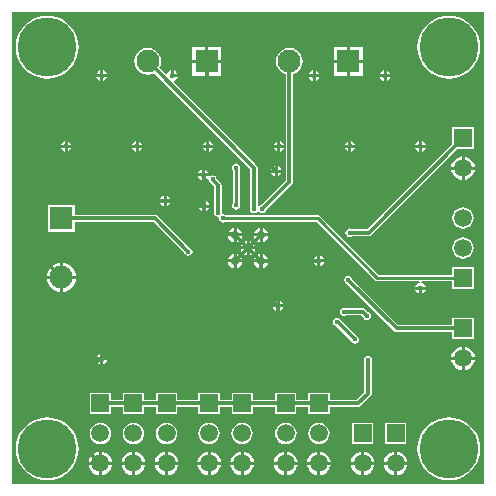
<source format=gbl>
G04*
G04 #@! TF.GenerationSoftware,Altium Limited,Altium Designer,21.7.2 (23)*
G04*
G04 Layer_Physical_Order=2*
G04 Layer_Color=16711680*
%FSLAX25Y25*%
%MOIN*%
G70*
G04*
G04 #@! TF.SameCoordinates,4C6A6D40-5D94-4475-8A21-F7F3A9D7BEC8*
G04*
G04*
G04 #@! TF.FilePolarity,Positive*
G04*
G01*
G75*
%ADD11C,0.01000*%
%ADD37C,0.01181*%
%ADD38C,0.05906*%
%ADD39R,0.05906X0.05906*%
%ADD40C,0.07677*%
%ADD41R,0.07677X0.07677*%
%ADD42R,0.07677X0.07677*%
%ADD43C,0.19685*%
%ADD44C,0.01575*%
%ADD45C,0.02756*%
G36*
X157480Y0D02*
X0D01*
Y157480D01*
X157480D01*
Y0D01*
D02*
G37*
%LPC*%
G36*
X117044Y145783D02*
X112706D01*
Y141445D01*
X117044D01*
Y145783D01*
D02*
G37*
G36*
X111706D02*
X107367D01*
Y141445D01*
X111706D01*
Y145783D01*
D02*
G37*
G36*
X69799Y145783D02*
X65461D01*
Y141445D01*
X69799D01*
Y145783D01*
D02*
G37*
G36*
X64461D02*
X60122D01*
Y141445D01*
X64461D01*
Y145783D01*
D02*
G37*
G36*
X124909Y137943D02*
Y136721D01*
X126132D01*
X126093Y136918D01*
X125698Y137509D01*
X125107Y137904D01*
X124909Y137943D01*
D02*
G37*
G36*
X123909D02*
X123712Y137904D01*
X123121Y137509D01*
X122726Y136918D01*
X122687Y136721D01*
X123909D01*
Y137943D01*
D02*
G37*
G36*
X101287D02*
Y136721D01*
X102510D01*
X102471Y136918D01*
X102076Y137509D01*
X101485Y137904D01*
X101287Y137943D01*
D02*
G37*
G36*
X100287D02*
X100090Y137904D01*
X99499Y137509D01*
X99104Y136918D01*
X99064Y136721D01*
X100287D01*
Y137943D01*
D02*
G37*
G36*
X54043D02*
Y136721D01*
X55266D01*
X55227Y136918D01*
X54832Y137509D01*
X54241Y137904D01*
X54043Y137943D01*
D02*
G37*
G36*
X30421D02*
Y136721D01*
X31644D01*
X31605Y136918D01*
X31210Y137509D01*
X30619Y137904D01*
X30421Y137943D01*
D02*
G37*
G36*
X29421D02*
X29224Y137904D01*
X28633Y137509D01*
X28238Y136918D01*
X28198Y136721D01*
X29421D01*
Y137943D01*
D02*
G37*
G36*
X117044Y140445D02*
X112706D01*
Y136106D01*
X117044D01*
Y140445D01*
D02*
G37*
G36*
X111706D02*
X107367D01*
Y136106D01*
X111706D01*
Y140445D01*
D02*
G37*
G36*
X69799Y140445D02*
X65461D01*
Y136106D01*
X69799D01*
Y140445D01*
D02*
G37*
G36*
X64461D02*
X60122D01*
Y136106D01*
X64461D01*
Y140445D01*
D02*
G37*
G36*
X145669Y156135D02*
X144032Y156006D01*
X142435Y155622D01*
X140918Y154994D01*
X139518Y154136D01*
X138269Y153069D01*
X137203Y151821D01*
X136345Y150420D01*
X135716Y148903D01*
X135333Y147306D01*
X135204Y145669D01*
X135333Y144032D01*
X135716Y142435D01*
X136345Y140918D01*
X137203Y139518D01*
X138269Y138269D01*
X139518Y137203D01*
X140918Y136345D01*
X142435Y135716D01*
X144032Y135333D01*
X145669Y135204D01*
X147306Y135333D01*
X148903Y135716D01*
X150420Y136345D01*
X151821Y137203D01*
X153069Y138269D01*
X154136Y139518D01*
X154994Y140918D01*
X155622Y142435D01*
X156006Y144032D01*
X156135Y145669D01*
X156006Y147306D01*
X155622Y148903D01*
X154994Y150420D01*
X154136Y151821D01*
X153069Y153069D01*
X151821Y154136D01*
X150420Y154994D01*
X148903Y155622D01*
X147306Y156006D01*
X145669Y156135D01*
D02*
G37*
G36*
X11811D02*
X10174Y156006D01*
X8577Y155622D01*
X7060Y154994D01*
X5660Y154136D01*
X4411Y153069D01*
X3344Y151821D01*
X2486Y150420D01*
X1858Y148903D01*
X1474Y147306D01*
X1346Y145669D01*
X1474Y144032D01*
X1858Y142435D01*
X2486Y140918D01*
X3344Y139518D01*
X4411Y138269D01*
X5660Y137203D01*
X7060Y136345D01*
X8577Y135716D01*
X10174Y135333D01*
X11811Y135204D01*
X13448Y135333D01*
X15045Y135716D01*
X16562Y136345D01*
X17962Y137203D01*
X19211Y138269D01*
X20278Y139518D01*
X21136Y140918D01*
X21764Y142435D01*
X22148Y144032D01*
X22276Y145669D01*
X22148Y147306D01*
X21764Y148903D01*
X21136Y150420D01*
X20278Y151821D01*
X19211Y153069D01*
X17962Y154136D01*
X16562Y154994D01*
X15045Y155622D01*
X13448Y156006D01*
X11811Y156135D01*
D02*
G37*
G36*
X126132Y135721D02*
X124909D01*
Y134497D01*
X125107Y134537D01*
X125698Y134932D01*
X126093Y135523D01*
X126132Y135721D01*
D02*
G37*
G36*
X123909D02*
X122687D01*
X122726Y135523D01*
X123121Y134932D01*
X123712Y134537D01*
X123909Y134497D01*
Y135721D01*
D02*
G37*
G36*
X102510D02*
X101287D01*
Y134497D01*
X101485Y134537D01*
X102076Y134932D01*
X102471Y135523D01*
X102510Y135721D01*
D02*
G37*
G36*
X100287D02*
X99064D01*
X99104Y135523D01*
X99499Y134932D01*
X100090Y134537D01*
X100287Y134497D01*
Y135721D01*
D02*
G37*
G36*
X31644D02*
X30421D01*
Y134497D01*
X30619Y134537D01*
X31210Y134932D01*
X31605Y135523D01*
X31644Y135721D01*
D02*
G37*
G36*
X29421D02*
X28198D01*
X28238Y135523D01*
X28633Y134932D01*
X29224Y134537D01*
X29421Y134497D01*
Y135721D01*
D02*
G37*
G36*
X136721Y114321D02*
Y113099D01*
X137943D01*
X137904Y113296D01*
X137509Y113887D01*
X136918Y114282D01*
X136721Y114321D01*
D02*
G37*
G36*
X135721D02*
X135523Y114282D01*
X134932Y113887D01*
X134537Y113296D01*
X134497Y113099D01*
X135721D01*
Y114321D01*
D02*
G37*
G36*
X113099D02*
Y113099D01*
X114321D01*
X114282Y113296D01*
X113887Y113887D01*
X113296Y114282D01*
X113099Y114321D01*
D02*
G37*
G36*
X112099D02*
X111901Y114282D01*
X111310Y113887D01*
X110915Y113296D01*
X110875Y113099D01*
X112099D01*
Y114321D01*
D02*
G37*
G36*
X89476D02*
Y113099D01*
X90699D01*
X90660Y113296D01*
X90265Y113887D01*
X89674Y114282D01*
X89476Y114321D01*
D02*
G37*
G36*
X88476D02*
X88279Y114282D01*
X87688Y113887D01*
X87293Y113296D01*
X87253Y113099D01*
X88476D01*
Y114321D01*
D02*
G37*
G36*
X65854D02*
Y113099D01*
X67077D01*
X67038Y113296D01*
X66643Y113887D01*
X66052Y114282D01*
X65854Y114321D01*
D02*
G37*
G36*
X64854D02*
X64657Y114282D01*
X64066Y113887D01*
X63671Y113296D01*
X63631Y113099D01*
X64854D01*
Y114321D01*
D02*
G37*
G36*
X42232D02*
Y113099D01*
X43455D01*
X43416Y113296D01*
X43021Y113887D01*
X42430Y114282D01*
X42232Y114321D01*
D02*
G37*
G36*
X41232D02*
X41035Y114282D01*
X40444Y113887D01*
X40049Y113296D01*
X40009Y113099D01*
X41232D01*
Y114321D01*
D02*
G37*
G36*
X18610D02*
Y113099D01*
X19833D01*
X19794Y113296D01*
X19399Y113887D01*
X18808Y114282D01*
X18610Y114321D01*
D02*
G37*
G36*
X17610D02*
X17413Y114282D01*
X16822Y113887D01*
X16427Y113296D01*
X16387Y113099D01*
X17610D01*
Y114321D01*
D02*
G37*
G36*
X137943Y112099D02*
X136721D01*
Y110875D01*
X136918Y110915D01*
X137509Y111310D01*
X137904Y111901D01*
X137943Y112099D01*
D02*
G37*
G36*
X135721D02*
X134497D01*
X134537Y111901D01*
X134932Y111310D01*
X135523Y110915D01*
X135721Y110875D01*
Y112099D01*
D02*
G37*
G36*
X114321D02*
X113099D01*
Y110875D01*
X113296Y110915D01*
X113887Y111310D01*
X114282Y111901D01*
X114321Y112099D01*
D02*
G37*
G36*
X112099D02*
X110875D01*
X110915Y111901D01*
X111310Y111310D01*
X111901Y110915D01*
X112099Y110875D01*
Y112099D01*
D02*
G37*
G36*
X90699D02*
X89476D01*
Y110875D01*
X89674Y110915D01*
X90265Y111310D01*
X90660Y111901D01*
X90699Y112099D01*
D02*
G37*
G36*
X88476D02*
X87253D01*
X87293Y111901D01*
X87688Y111310D01*
X88279Y110915D01*
X88476Y110875D01*
Y112099D01*
D02*
G37*
G36*
X67077D02*
X65854D01*
Y110875D01*
X66052Y110915D01*
X66643Y111310D01*
X67038Y111901D01*
X67077Y112099D01*
D02*
G37*
G36*
X64854D02*
X63631D01*
X63671Y111901D01*
X64066Y111310D01*
X64657Y110915D01*
X64854Y110875D01*
Y112099D01*
D02*
G37*
G36*
X43455D02*
X42232D01*
Y110875D01*
X42430Y110915D01*
X43021Y111310D01*
X43416Y111901D01*
X43455Y112099D01*
D02*
G37*
G36*
X41232D02*
X40009D01*
X40049Y111901D01*
X40444Y111310D01*
X41035Y110915D01*
X41232Y110875D01*
Y112099D01*
D02*
G37*
G36*
X19833D02*
X18610D01*
Y110875D01*
X18808Y110915D01*
X19399Y111310D01*
X19794Y111901D01*
X19833Y112099D01*
D02*
G37*
G36*
X17610D02*
X16387D01*
X16427Y111901D01*
X16822Y111310D01*
X17413Y110915D01*
X17610Y110875D01*
Y112099D01*
D02*
G37*
G36*
X150894Y109275D02*
Y105854D01*
X154315D01*
X154245Y106386D01*
X153846Y107348D01*
X153213Y108174D01*
X152387Y108807D01*
X151426Y109205D01*
X150894Y109275D01*
D02*
G37*
G36*
X149894D02*
X149362Y109205D01*
X148400Y108807D01*
X147575Y108174D01*
X146941Y107348D01*
X146543Y106386D01*
X146473Y105854D01*
X149894D01*
Y109275D01*
D02*
G37*
G36*
X88689Y106054D02*
Y104831D01*
X89912D01*
X89873Y105028D01*
X89478Y105619D01*
X88886Y106014D01*
X88689Y106054D01*
D02*
G37*
G36*
X87689D02*
X87492Y106014D01*
X86900Y105619D01*
X86505Y105028D01*
X86466Y104831D01*
X87689D01*
Y106054D01*
D02*
G37*
G36*
X64280Y104873D02*
Y103650D01*
X65503D01*
X65463Y103847D01*
X65068Y104438D01*
X64477Y104833D01*
X64280Y104873D01*
D02*
G37*
G36*
X63279D02*
X63082Y104833D01*
X62491Y104438D01*
X62096Y103847D01*
X62057Y103650D01*
X63279D01*
Y104873D01*
D02*
G37*
G36*
X66929Y102980D02*
X66391Y102873D01*
X66005Y102615D01*
X65914Y102650D01*
X64280D01*
Y101427D01*
X64477Y101466D01*
X65068Y101861D01*
X65073Y101868D01*
X65544Y101672D01*
X65524Y101575D01*
X65631Y101037D01*
X65936Y100581D01*
X66391Y100277D01*
X66462Y100263D01*
X67497Y99229D01*
Y91213D01*
X67403Y91073D01*
X67296Y90535D01*
X67403Y89997D01*
X67707Y89542D01*
X68163Y89237D01*
X68701Y89130D01*
X69090Y88698D01*
X69068Y88583D01*
X69174Y88045D01*
X69479Y87589D01*
X69935Y87285D01*
X70472Y87178D01*
X71010Y87285D01*
X71289Y87471D01*
X101508D01*
X121025Y67954D01*
X121386Y67713D01*
X121811Y67628D01*
X135792D01*
X135969Y67202D01*
X135974Y67154D01*
X135523Y67038D01*
X134932Y66643D01*
X134537Y66052D01*
X134497Y65854D01*
X137943D01*
X137904Y66052D01*
X137509Y66643D01*
X136918Y67038D01*
X136467Y67154D01*
X136472Y67202D01*
X136649Y67628D01*
X146850D01*
Y65197D01*
X153937D01*
Y72284D01*
X146850D01*
Y69852D01*
X122272D01*
X102755Y89369D01*
X102394Y89610D01*
X101969Y89695D01*
X101969Y89695D01*
X71289D01*
X71010Y89881D01*
X70473Y89988D01*
X70083Y90420D01*
X70106Y90535D01*
X69999Y91073D01*
X69905Y91213D01*
Y99727D01*
X69905Y99727D01*
X69813Y100188D01*
X69552Y100579D01*
X69552Y100579D01*
X68279Y101852D01*
X68227Y102112D01*
X67923Y102568D01*
X67467Y102873D01*
X66929Y102980D01*
D02*
G37*
G36*
X89912Y103831D02*
X88689D01*
Y102608D01*
X88886Y102647D01*
X89478Y103042D01*
X89873Y103633D01*
X89912Y103831D01*
D02*
G37*
G36*
X87689D02*
X86466D01*
X86505Y103633D01*
X86900Y103042D01*
X87492Y102647D01*
X87689Y102608D01*
Y103831D01*
D02*
G37*
G36*
X154315Y104854D02*
X150894D01*
Y101433D01*
X151426Y101503D01*
X152387Y101902D01*
X153213Y102535D01*
X153846Y103361D01*
X154245Y104323D01*
X154315Y104854D01*
D02*
G37*
G36*
X149894D02*
X146473D01*
X146543Y104323D01*
X146941Y103361D01*
X147575Y102535D01*
X148400Y101902D01*
X149362Y101503D01*
X149894Y101433D01*
Y104854D01*
D02*
G37*
G36*
X63279Y102650D02*
X62057D01*
X62096Y102452D01*
X62491Y101861D01*
X63082Y101466D01*
X63279Y101427D01*
Y102650D01*
D02*
G37*
G36*
X51681Y96211D02*
Y94988D01*
X52904D01*
X52865Y95186D01*
X52470Y95777D01*
X51878Y96172D01*
X51681Y96211D01*
D02*
G37*
G36*
X50681D02*
X50484Y96172D01*
X49893Y95777D01*
X49497Y95186D01*
X49458Y94988D01*
X50681D01*
Y96211D01*
D02*
G37*
G36*
X64476Y94440D02*
Y93217D01*
X65699D01*
X65660Y93414D01*
X65265Y94005D01*
X64674Y94400D01*
X64476Y94440D01*
D02*
G37*
G36*
X63476D02*
X63279Y94400D01*
X62688Y94005D01*
X62293Y93414D01*
X62253Y93217D01*
X63476D01*
Y94440D01*
D02*
G37*
G36*
X52904Y93988D02*
X51681D01*
Y92765D01*
X51878Y92804D01*
X52470Y93199D01*
X52865Y93791D01*
X52904Y93988D01*
D02*
G37*
G36*
X50681D02*
X49458D01*
X49497Y93791D01*
X49893Y93199D01*
X50484Y92804D01*
X50681Y92765D01*
Y93988D01*
D02*
G37*
G36*
X92521Y145412D02*
X91364Y145260D01*
X90287Y144814D01*
X89362Y144104D01*
X88652Y143179D01*
X88205Y142101D01*
X88053Y140945D01*
X88205Y139789D01*
X88652Y138711D01*
X89362Y137786D01*
X90287Y137076D01*
X91316Y136650D01*
Y101287D01*
X83092Y93063D01*
X82927Y93030D01*
X82471Y92726D01*
X82413Y92639D01*
X81913Y92790D01*
Y105512D01*
X81821Y105973D01*
X81560Y106363D01*
X53954Y133970D01*
X54118Y134512D01*
X54241Y134537D01*
X54832Y134932D01*
X55227Y135523D01*
X55266Y135721D01*
X53543D01*
Y136221D01*
X53043D01*
Y137943D01*
X52846Y137904D01*
X52255Y137509D01*
X51860Y136918D01*
X51835Y136795D01*
X51293Y136631D01*
X49164Y138759D01*
X49591Y139789D01*
X49743Y140945D01*
X49591Y142101D01*
X49145Y143179D01*
X48434Y144104D01*
X47509Y144814D01*
X46432Y145260D01*
X45276Y145412D01*
X44119Y145260D01*
X43042Y144814D01*
X42117Y144104D01*
X41407Y143179D01*
X40960Y142101D01*
X40808Y140945D01*
X40960Y139789D01*
X41407Y138711D01*
X42117Y137786D01*
X43042Y137076D01*
X44119Y136630D01*
X45276Y136477D01*
X46432Y136630D01*
X47461Y137056D01*
X79504Y105013D01*
Y92410D01*
X79411Y92270D01*
X79304Y91732D01*
X79411Y91195D01*
X79715Y90739D01*
X80171Y90434D01*
X80709Y90327D01*
X81246Y90434D01*
X81702Y90739D01*
X81786Y90864D01*
X82387D01*
X82471Y90739D01*
X82927Y90434D01*
X83465Y90327D01*
X84002Y90434D01*
X84458Y90739D01*
X84763Y91195D01*
X84795Y91360D01*
X93372Y99937D01*
X93372Y99937D01*
X93633Y100328D01*
X93725Y100788D01*
X93725Y100788D01*
Y136650D01*
X94754Y137076D01*
X95679Y137786D01*
X96390Y138711D01*
X96836Y139789D01*
X96988Y140945D01*
X96836Y142101D01*
X96390Y143179D01*
X95679Y144104D01*
X94754Y144814D01*
X93677Y145260D01*
X92521Y145412D01*
D02*
G37*
G36*
X74803Y106917D02*
X74265Y106810D01*
X73810Y106505D01*
X73505Y106050D01*
X73398Y105512D01*
X73505Y104974D01*
X73691Y104696D01*
Y93730D01*
X73505Y93451D01*
X73398Y92913D01*
X73505Y92376D01*
X73810Y91920D01*
X74265Y91615D01*
X74803Y91508D01*
X75341Y91615D01*
X75797Y91920D01*
X76101Y92376D01*
X76208Y92913D01*
X76101Y93451D01*
X75915Y93730D01*
Y104696D01*
X76101Y104974D01*
X76208Y105512D01*
X76101Y106050D01*
X75797Y106505D01*
X75341Y106810D01*
X74803Y106917D01*
D02*
G37*
G36*
X65699Y92216D02*
X64476D01*
Y90994D01*
X64674Y91033D01*
X65265Y91428D01*
X65660Y92019D01*
X65699Y92216D01*
D02*
G37*
G36*
X63476D02*
X62253D01*
X62293Y92019D01*
X62688Y91428D01*
X63279Y91033D01*
X63476Y90994D01*
Y92216D01*
D02*
G37*
G36*
X150394Y92314D02*
X149469Y92192D01*
X148607Y91835D01*
X147867Y91267D01*
X147299Y90527D01*
X146942Y89665D01*
X146820Y88740D01*
X146942Y87815D01*
X147299Y86953D01*
X147867Y86213D01*
X148607Y85645D01*
X149469Y85288D01*
X150394Y85166D01*
X151319Y85288D01*
X152181Y85645D01*
X152921Y86213D01*
X153489Y86953D01*
X153846Y87815D01*
X153968Y88740D01*
X153846Y89665D01*
X153489Y90527D01*
X152921Y91267D01*
X152181Y91835D01*
X151319Y92192D01*
X150394Y92314D01*
D02*
G37*
G36*
X153937Y118898D02*
X146850D01*
Y113514D01*
X118399Y85062D01*
X113276D01*
X113136Y85156D01*
X112598Y85263D01*
X112061Y85156D01*
X111605Y84852D01*
X111300Y84396D01*
X111194Y83858D01*
X111300Y83321D01*
X111605Y82865D01*
X112061Y82560D01*
X112598Y82453D01*
X113136Y82560D01*
X113276Y82654D01*
X118898D01*
X118898Y82654D01*
X119359Y82746D01*
X119749Y83007D01*
X148553Y111811D01*
X153937D01*
Y118898D01*
D02*
G37*
G36*
X83571Y85396D02*
Y83571D01*
X85396D01*
X85311Y83999D01*
X84785Y84785D01*
X83999Y85311D01*
X83571Y85396D01*
D02*
G37*
G36*
X82571D02*
X82143Y85311D01*
X81357Y84785D01*
X80831Y83999D01*
X80746Y83571D01*
X82571D01*
Y85396D01*
D02*
G37*
G36*
X74910D02*
Y83571D01*
X76735D01*
X76649Y83999D01*
X76124Y84785D01*
X75337Y85311D01*
X74910Y85396D01*
D02*
G37*
G36*
X73909D02*
X73482Y85311D01*
X72695Y84785D01*
X72170Y83999D01*
X72084Y83571D01*
X73909D01*
Y85396D01*
D02*
G37*
G36*
X85396Y82571D02*
X83571D01*
Y80746D01*
X83999Y80831D01*
X84785Y81357D01*
X85311Y82143D01*
X85396Y82571D01*
D02*
G37*
G36*
X82571D02*
X80746D01*
X80831Y82143D01*
X81357Y81357D01*
X82143Y80831D01*
X82571Y80746D01*
Y82571D01*
D02*
G37*
G36*
X76735D02*
X74910D01*
Y80746D01*
X75337Y80831D01*
X76124Y81357D01*
X76649Y82143D01*
X76735Y82571D01*
D02*
G37*
G36*
X73909D02*
X72084D01*
X72170Y82143D01*
X72695Y81357D01*
X73482Y80831D01*
X73909Y80746D01*
Y82571D01*
D02*
G37*
G36*
X79240Y81065D02*
Y79240D01*
X81065D01*
X80980Y79668D01*
X80455Y80455D01*
X79668Y80980D01*
X79240Y81065D01*
D02*
G37*
G36*
X78240D02*
X77812Y80980D01*
X77026Y80455D01*
X76500Y79668D01*
X76415Y79240D01*
X78240D01*
Y81065D01*
D02*
G37*
G36*
X81065Y78240D02*
X79240D01*
Y76415D01*
X79668Y76500D01*
X80455Y77026D01*
X80980Y77812D01*
X81065Y78240D01*
D02*
G37*
G36*
X78240D02*
X76415D01*
X76500Y77812D01*
X77026Y77026D01*
X77812Y76500D01*
X78240Y76415D01*
Y78240D01*
D02*
G37*
G36*
X20965Y93013D02*
X12106D01*
Y84154D01*
X20965D01*
Y87379D01*
X47335D01*
X57527Y77187D01*
X57560Y77021D01*
X57865Y76566D01*
X58321Y76261D01*
X58858Y76154D01*
X59396Y76261D01*
X59852Y76566D01*
X60156Y77021D01*
X60263Y77559D01*
X60156Y78097D01*
X59852Y78553D01*
X59396Y78857D01*
X59230Y78890D01*
X48685Y89435D01*
X48294Y89696D01*
X47834Y89788D01*
X47834Y89788D01*
X20965D01*
Y93013D01*
D02*
G37*
G36*
X150394Y82314D02*
X149469Y82192D01*
X148607Y81835D01*
X147867Y81267D01*
X147299Y80527D01*
X146942Y79665D01*
X146820Y78740D01*
X146942Y77815D01*
X147299Y76953D01*
X147867Y76213D01*
X148607Y75645D01*
X149469Y75288D01*
X150394Y75166D01*
X151319Y75288D01*
X152181Y75645D01*
X152921Y76213D01*
X153489Y76953D01*
X153846Y77815D01*
X153968Y78740D01*
X153846Y79665D01*
X153489Y80527D01*
X152921Y81267D01*
X152181Y81835D01*
X151319Y82192D01*
X150394Y82314D01*
D02*
G37*
G36*
X102862Y76132D02*
Y74910D01*
X104085D01*
X104046Y75107D01*
X103651Y75698D01*
X103060Y76093D01*
X102862Y76132D01*
D02*
G37*
G36*
X101862D02*
X101665Y76093D01*
X101074Y75698D01*
X100679Y75107D01*
X100639Y74910D01*
X101862D01*
Y76132D01*
D02*
G37*
G36*
X83571Y76735D02*
Y74910D01*
X85396D01*
X85311Y75337D01*
X84785Y76124D01*
X83999Y76649D01*
X83571Y76735D01*
D02*
G37*
G36*
X82571D02*
X82143Y76649D01*
X81357Y76124D01*
X80831Y75337D01*
X80746Y74910D01*
X82571D01*
Y76735D01*
D02*
G37*
G36*
X74910D02*
Y74910D01*
X76735D01*
X76649Y75337D01*
X76124Y76124D01*
X75337Y76649D01*
X74910Y76735D01*
D02*
G37*
G36*
X73909D02*
X73482Y76649D01*
X72695Y76124D01*
X72170Y75337D01*
X72084Y74910D01*
X73909D01*
Y76735D01*
D02*
G37*
G36*
X104085Y73909D02*
X102862D01*
Y72686D01*
X103060Y72726D01*
X103651Y73121D01*
X104046Y73712D01*
X104085Y73909D01*
D02*
G37*
G36*
X101862D02*
X100639D01*
X100679Y73712D01*
X101074Y73121D01*
X101665Y72726D01*
X101862Y72686D01*
Y73909D01*
D02*
G37*
G36*
X85396D02*
X83571D01*
Y72084D01*
X83999Y72170D01*
X84785Y72695D01*
X85311Y73482D01*
X85396Y73909D01*
D02*
G37*
G36*
X82571D02*
X80746D01*
X80831Y73482D01*
X81357Y72695D01*
X82143Y72170D01*
X82571Y72084D01*
Y73909D01*
D02*
G37*
G36*
X76735D02*
X74910D01*
Y72084D01*
X75337Y72170D01*
X76124Y72695D01*
X76649Y73482D01*
X76735Y73909D01*
D02*
G37*
G36*
X73909D02*
X72084D01*
X72170Y73482D01*
X72695Y72695D01*
X73482Y72170D01*
X73909Y72084D01*
Y73909D01*
D02*
G37*
G36*
X17035Y73713D02*
Y69399D01*
X21350D01*
X21249Y70162D01*
X20762Y71339D01*
X19986Y72350D01*
X18976Y73125D01*
X17798Y73613D01*
X17035Y73713D01*
D02*
G37*
G36*
X16035D02*
X15272Y73613D01*
X14095Y73125D01*
X13084Y72350D01*
X12309Y71339D01*
X11821Y70162D01*
X11721Y69399D01*
X16035D01*
Y73713D01*
D02*
G37*
G36*
X21350Y68399D02*
X17035D01*
Y64084D01*
X17798Y64185D01*
X18976Y64672D01*
X19986Y65448D01*
X20762Y66458D01*
X21249Y67636D01*
X21350Y68399D01*
D02*
G37*
G36*
X16035D02*
X11721D01*
X11821Y67636D01*
X12309Y66458D01*
X13084Y65448D01*
X14095Y64672D01*
X15272Y64185D01*
X16035Y64084D01*
Y68399D01*
D02*
G37*
G36*
X137943Y64854D02*
X136721D01*
Y63631D01*
X136918Y63671D01*
X137509Y64066D01*
X137904Y64657D01*
X137943Y64854D01*
D02*
G37*
G36*
X135721D02*
X134497D01*
X134537Y64657D01*
X134932Y64066D01*
X135523Y63671D01*
X135721Y63631D01*
Y64854D01*
D02*
G37*
G36*
X89280Y61172D02*
Y59949D01*
X90503D01*
X90463Y60146D01*
X90068Y60738D01*
X89477Y61133D01*
X89280Y61172D01*
D02*
G37*
G36*
X88279D02*
X88082Y61133D01*
X87491Y60738D01*
X87096Y60146D01*
X87057Y59949D01*
X88279D01*
Y61172D01*
D02*
G37*
G36*
X90503Y58949D02*
X89280D01*
Y57726D01*
X89477Y57765D01*
X90068Y58160D01*
X90463Y58751D01*
X90503Y58949D01*
D02*
G37*
G36*
X88279D02*
X87057D01*
X87096Y58751D01*
X87491Y58160D01*
X88082Y57765D01*
X88279Y57726D01*
Y58949D01*
D02*
G37*
G36*
X110827Y58885D02*
X110289Y58778D01*
X109833Y58474D01*
X109529Y58018D01*
X109422Y57480D01*
X109529Y56943D01*
X109833Y56487D01*
X110289Y56182D01*
X110827Y56075D01*
X111364Y56182D01*
X111505Y56276D01*
X116430D01*
X116976Y55730D01*
X117009Y55565D01*
X117314Y55109D01*
X117769Y54804D01*
X118307Y54697D01*
X118845Y54804D01*
X119300Y55109D01*
X119605Y55565D01*
X119712Y56102D01*
X119605Y56640D01*
X119300Y57096D01*
X118845Y57400D01*
X118679Y57433D01*
X117781Y58332D01*
X117390Y58593D01*
X116929Y58685D01*
X116929Y58685D01*
X111505D01*
X111364Y58778D01*
X110827Y58885D01*
D02*
G37*
G36*
X112205Y69515D02*
X111667Y69408D01*
X111211Y69104D01*
X110907Y68648D01*
X110800Y68110D01*
X110907Y67573D01*
X111211Y67117D01*
X111667Y66812D01*
X111833Y66779D01*
X127495Y51117D01*
X127495Y51117D01*
X127886Y50856D01*
X128347Y50764D01*
X128347Y50764D01*
X146850D01*
Y48425D01*
X153937D01*
Y55512D01*
X146850D01*
Y53173D01*
X128845D01*
X113536Y68482D01*
X113503Y68648D01*
X113198Y69104D01*
X112742Y69408D01*
X112205Y69515D01*
D02*
G37*
G36*
X108465Y55342D02*
X107927Y55235D01*
X107471Y54931D01*
X107167Y54475D01*
X107060Y53937D01*
X107167Y53399D01*
X107471Y52944D01*
X107927Y52639D01*
X108338Y52557D01*
X113039Y47856D01*
X113072Y47691D01*
X113377Y47235D01*
X113832Y46930D01*
X114370Y46823D01*
X114908Y46930D01*
X115364Y47235D01*
X115668Y47691D01*
X115775Y48228D01*
X115668Y48766D01*
X115364Y49222D01*
X114908Y49526D01*
X114742Y49559D01*
X109633Y54668D01*
X109458Y54931D01*
X109002Y55235D01*
X108465Y55342D01*
D02*
G37*
G36*
X150894Y45889D02*
Y42469D01*
X154315D01*
X154245Y43000D01*
X153846Y43962D01*
X153213Y44788D01*
X152387Y45421D01*
X151426Y45820D01*
X150894Y45889D01*
D02*
G37*
G36*
X149894D02*
X149362Y45820D01*
X148400Y45421D01*
X147575Y44788D01*
X146941Y43962D01*
X146543Y43000D01*
X146473Y42469D01*
X149894D01*
Y45889D01*
D02*
G37*
G36*
X30421Y43455D02*
Y42232D01*
X31644D01*
X31605Y42430D01*
X31210Y43021D01*
X30619Y43416D01*
X30421Y43455D01*
D02*
G37*
G36*
X29421D02*
X29224Y43416D01*
X28633Y43021D01*
X28238Y42430D01*
X28198Y42232D01*
X29421D01*
Y43455D01*
D02*
G37*
G36*
X31644Y41232D02*
X30421D01*
Y40009D01*
X30619Y40049D01*
X31210Y40444D01*
X31605Y41035D01*
X31644Y41232D01*
D02*
G37*
G36*
X29421D02*
X28198D01*
X28238Y41035D01*
X28633Y40444D01*
X29224Y40049D01*
X29421Y40009D01*
Y41232D01*
D02*
G37*
G36*
X154315Y41469D02*
X150894D01*
Y38048D01*
X151426Y38118D01*
X152387Y38516D01*
X153213Y39149D01*
X153846Y39975D01*
X154245Y40937D01*
X154315Y41469D01*
D02*
G37*
G36*
X149894D02*
X146473D01*
X146543Y40937D01*
X146941Y39975D01*
X147575Y39149D01*
X148400Y38516D01*
X149362Y38118D01*
X149894Y38048D01*
Y41469D01*
D02*
G37*
G36*
X118701Y42744D02*
X118163Y42637D01*
X117707Y42332D01*
X117403Y41876D01*
X117296Y41339D01*
X117403Y40801D01*
X117497Y40661D01*
Y30724D01*
X114906Y28133D01*
X105905D01*
Y30472D01*
X98819D01*
Y28133D01*
X94882D01*
Y30472D01*
X87795D01*
Y28133D01*
X80315D01*
Y30472D01*
X73228D01*
Y28133D01*
X69291D01*
Y30472D01*
X62205D01*
Y28133D01*
X55118D01*
Y30472D01*
X48031D01*
Y28133D01*
X44094D01*
Y30472D01*
X37008D01*
Y28133D01*
X33071D01*
Y30472D01*
X25984D01*
Y23386D01*
X33071D01*
Y25725D01*
X37008D01*
Y23386D01*
X44094D01*
Y25725D01*
X48031D01*
Y23386D01*
X55118D01*
Y25725D01*
X62205D01*
Y23386D01*
X69291D01*
Y25725D01*
X73228D01*
Y23386D01*
X80315D01*
Y25725D01*
X87795D01*
Y23386D01*
X94882D01*
Y25725D01*
X98819D01*
Y23386D01*
X105905D01*
Y25725D01*
X115405D01*
X115405Y25725D01*
X115866Y25817D01*
X116257Y26078D01*
X119552Y29373D01*
X119552Y29373D01*
X119813Y29764D01*
X119905Y30225D01*
Y40661D01*
X119999Y40801D01*
X120106Y41339D01*
X119999Y41876D01*
X119694Y42332D01*
X119238Y42637D01*
X118701Y42744D01*
D02*
G37*
G36*
X131496Y20472D02*
X124409D01*
Y13386D01*
X131496D01*
Y20472D01*
D02*
G37*
G36*
X120472D02*
X113386D01*
Y13386D01*
X120472D01*
Y20472D01*
D02*
G37*
G36*
X102362Y20503D02*
X101437Y20381D01*
X100575Y20024D01*
X99835Y19456D01*
X99267Y18716D01*
X98910Y17854D01*
X98788Y16929D01*
X98910Y16004D01*
X99267Y15142D01*
X99835Y14402D01*
X100575Y13834D01*
X101437Y13477D01*
X102362Y13355D01*
X103287Y13477D01*
X104149Y13834D01*
X104889Y14402D01*
X105457Y15142D01*
X105814Y16004D01*
X105936Y16929D01*
X105814Y17854D01*
X105457Y18716D01*
X104889Y19456D01*
X104149Y20024D01*
X103287Y20381D01*
X102362Y20503D01*
D02*
G37*
G36*
X91339D02*
X90414Y20381D01*
X89552Y20024D01*
X88811Y19456D01*
X88244Y18716D01*
X87887Y17854D01*
X87765Y16929D01*
X87887Y16004D01*
X88244Y15142D01*
X88811Y14402D01*
X89552Y13834D01*
X90414Y13477D01*
X91339Y13355D01*
X92264Y13477D01*
X93125Y13834D01*
X93866Y14402D01*
X94434Y15142D01*
X94791Y16004D01*
X94912Y16929D01*
X94791Y17854D01*
X94434Y18716D01*
X93866Y19456D01*
X93125Y20024D01*
X92264Y20381D01*
X91339Y20503D01*
D02*
G37*
G36*
X76772D02*
X75847Y20381D01*
X74985Y20024D01*
X74244Y19456D01*
X73677Y18716D01*
X73320Y17854D01*
X73198Y16929D01*
X73320Y16004D01*
X73677Y15142D01*
X74244Y14402D01*
X74985Y13834D01*
X75847Y13477D01*
X76772Y13355D01*
X77697Y13477D01*
X78559Y13834D01*
X79299Y14402D01*
X79867Y15142D01*
X80224Y16004D01*
X80345Y16929D01*
X80224Y17854D01*
X79867Y18716D01*
X79299Y19456D01*
X78559Y20024D01*
X77697Y20381D01*
X76772Y20503D01*
D02*
G37*
G36*
X65748D02*
X64823Y20381D01*
X63961Y20024D01*
X63221Y19456D01*
X62653Y18716D01*
X62296Y17854D01*
X62174Y16929D01*
X62296Y16004D01*
X62653Y15142D01*
X63221Y14402D01*
X63961Y13834D01*
X64823Y13477D01*
X65748Y13355D01*
X66673Y13477D01*
X67535Y13834D01*
X68275Y14402D01*
X68843Y15142D01*
X69200Y16004D01*
X69322Y16929D01*
X69200Y17854D01*
X68843Y18716D01*
X68275Y19456D01*
X67535Y20024D01*
X66673Y20381D01*
X65748Y20503D01*
D02*
G37*
G36*
X51575D02*
X50650Y20381D01*
X49788Y20024D01*
X49048Y19456D01*
X48480Y18716D01*
X48123Y17854D01*
X48001Y16929D01*
X48123Y16004D01*
X48480Y15142D01*
X49048Y14402D01*
X49788Y13834D01*
X50650Y13477D01*
X51575Y13355D01*
X52500Y13477D01*
X53362Y13834D01*
X54102Y14402D01*
X54670Y15142D01*
X55027Y16004D01*
X55149Y16929D01*
X55027Y17854D01*
X54670Y18716D01*
X54102Y19456D01*
X53362Y20024D01*
X52500Y20381D01*
X51575Y20503D01*
D02*
G37*
G36*
X40551D02*
X39626Y20381D01*
X38764Y20024D01*
X38024Y19456D01*
X37456Y18716D01*
X37099Y17854D01*
X36977Y16929D01*
X37099Y16004D01*
X37456Y15142D01*
X38024Y14402D01*
X38764Y13834D01*
X39626Y13477D01*
X40551Y13355D01*
X41476Y13477D01*
X42338Y13834D01*
X43078Y14402D01*
X43646Y15142D01*
X44003Y16004D01*
X44125Y16929D01*
X44003Y17854D01*
X43646Y18716D01*
X43078Y19456D01*
X42338Y20024D01*
X41476Y20381D01*
X40551Y20503D01*
D02*
G37*
G36*
X29528D02*
X28603Y20381D01*
X27741Y20024D01*
X27000Y19456D01*
X26432Y18716D01*
X26076Y17854D01*
X25954Y16929D01*
X26076Y16004D01*
X26432Y15142D01*
X27000Y14402D01*
X27741Y13834D01*
X28603Y13477D01*
X29528Y13355D01*
X30453Y13477D01*
X31315Y13834D01*
X32055Y14402D01*
X32623Y15142D01*
X32980Y16004D01*
X33101Y16929D01*
X32980Y17854D01*
X32623Y18716D01*
X32055Y19456D01*
X31315Y20024D01*
X30453Y20381D01*
X29528Y20503D01*
D02*
G37*
G36*
X128453Y10850D02*
Y7429D01*
X131874D01*
X131804Y7961D01*
X131405Y8923D01*
X130772Y9748D01*
X129946Y10382D01*
X128985Y10780D01*
X128453Y10850D01*
D02*
G37*
G36*
X91839D02*
Y7429D01*
X95260D01*
X95190Y7961D01*
X94791Y8923D01*
X94158Y9748D01*
X93332Y10382D01*
X92370Y10780D01*
X91839Y10850D01*
D02*
G37*
G36*
X127453D02*
X126921Y10780D01*
X125959Y10382D01*
X125134Y9748D01*
X124500Y8923D01*
X124102Y7961D01*
X124032Y7429D01*
X127453D01*
Y10850D01*
D02*
G37*
G36*
X90839D02*
X90307Y10780D01*
X89345Y10382D01*
X88519Y9748D01*
X87886Y8923D01*
X87488Y7961D01*
X87418Y7429D01*
X90839D01*
Y10850D01*
D02*
G37*
G36*
X66248D02*
Y7429D01*
X69669D01*
X69599Y7961D01*
X69201Y8923D01*
X68567Y9748D01*
X67742Y10382D01*
X66780Y10780D01*
X66248Y10850D01*
D02*
G37*
G36*
X52075D02*
Y7429D01*
X55496D01*
X55426Y7961D01*
X55028Y8923D01*
X54394Y9748D01*
X53568Y10382D01*
X52607Y10780D01*
X52075Y10850D01*
D02*
G37*
G36*
X41051D02*
Y7429D01*
X44472D01*
X44402Y7961D01*
X44004Y8923D01*
X43370Y9748D01*
X42545Y10382D01*
X41583Y10780D01*
X41051Y10850D01*
D02*
G37*
G36*
X30028D02*
Y7429D01*
X33449D01*
X33379Y7961D01*
X32980Y8923D01*
X32347Y9748D01*
X31521Y10382D01*
X30559Y10780D01*
X30028Y10850D01*
D02*
G37*
G36*
X102862D02*
Y7429D01*
X106283D01*
X106213Y7961D01*
X105815Y8923D01*
X105181Y9748D01*
X104356Y10382D01*
X103394Y10780D01*
X102862Y10850D01*
D02*
G37*
G36*
X65248D02*
X64716Y10780D01*
X63755Y10382D01*
X62929Y9748D01*
X62295Y8923D01*
X61897Y7961D01*
X61827Y7429D01*
X65248D01*
Y10850D01*
D02*
G37*
G36*
X51075D02*
X50543Y10780D01*
X49581Y10382D01*
X48756Y9748D01*
X48122Y8923D01*
X47724Y7961D01*
X47654Y7429D01*
X51075D01*
Y10850D01*
D02*
G37*
G36*
X40051D02*
X39519Y10780D01*
X38558Y10382D01*
X37732Y9748D01*
X37099Y8923D01*
X36700Y7961D01*
X36630Y7429D01*
X40051D01*
Y10850D01*
D02*
G37*
G36*
X29028D02*
X28496Y10780D01*
X27534Y10382D01*
X26708Y9748D01*
X26075Y8923D01*
X25677Y7961D01*
X25607Y7429D01*
X29028D01*
Y10850D01*
D02*
G37*
G36*
X101862D02*
X101330Y10780D01*
X100369Y10382D01*
X99543Y9748D01*
X98909Y8923D01*
X98511Y7961D01*
X98441Y7429D01*
X101862D01*
Y10850D01*
D02*
G37*
G36*
X117429D02*
Y7429D01*
X120850D01*
X120780Y7961D01*
X120382Y8923D01*
X119748Y9748D01*
X118923Y10382D01*
X117961Y10780D01*
X117429Y10850D01*
D02*
G37*
G36*
X77272D02*
Y7429D01*
X80693D01*
X80623Y7961D01*
X80224Y8923D01*
X79591Y9748D01*
X78765Y10382D01*
X77803Y10780D01*
X77272Y10850D01*
D02*
G37*
G36*
X116429D02*
X115897Y10780D01*
X114936Y10382D01*
X114110Y9748D01*
X113476Y8923D01*
X113078Y7961D01*
X113008Y7429D01*
X116429D01*
Y10850D01*
D02*
G37*
G36*
X76272D02*
X75740Y10780D01*
X74778Y10382D01*
X73953Y9748D01*
X73319Y8923D01*
X72921Y7961D01*
X72851Y7429D01*
X76272D01*
Y10850D01*
D02*
G37*
G36*
X131874Y6429D02*
X128453D01*
Y3008D01*
X128985Y3078D01*
X129946Y3476D01*
X130772Y4110D01*
X131405Y4936D01*
X131804Y5897D01*
X131874Y6429D01*
D02*
G37*
G36*
X95260D02*
X91839D01*
Y3008D01*
X92370Y3078D01*
X93332Y3476D01*
X94158Y4110D01*
X94791Y4936D01*
X95190Y5897D01*
X95260Y6429D01*
D02*
G37*
G36*
X116429Y6429D02*
X113008D01*
X113078Y5897D01*
X113476Y4936D01*
X114110Y4110D01*
X114936Y3476D01*
X115897Y3078D01*
X116429Y3008D01*
Y6429D01*
D02*
G37*
G36*
X76272D02*
X72851D01*
X72921Y5897D01*
X73319Y4936D01*
X73953Y4110D01*
X74778Y3476D01*
X75740Y3078D01*
X76272Y3008D01*
Y6429D01*
D02*
G37*
G36*
X69669Y6429D02*
X66248D01*
Y3008D01*
X66780Y3078D01*
X67742Y3476D01*
X68567Y4110D01*
X69201Y4936D01*
X69599Y5897D01*
X69669Y6429D01*
D02*
G37*
G36*
X55496D02*
X52075D01*
Y3008D01*
X52607Y3078D01*
X53568Y3476D01*
X54394Y4110D01*
X55028Y4936D01*
X55426Y5897D01*
X55496Y6429D01*
D02*
G37*
G36*
X33449D02*
X30028D01*
Y3008D01*
X30559Y3078D01*
X31521Y3476D01*
X32347Y4110D01*
X32980Y4936D01*
X33379Y5897D01*
X33449Y6429D01*
D02*
G37*
G36*
X106283D02*
X102862D01*
Y3008D01*
X103394Y3078D01*
X104356Y3476D01*
X105181Y4110D01*
X105815Y4936D01*
X106213Y5897D01*
X106283Y6429D01*
D02*
G37*
G36*
X44472D02*
X41051D01*
Y3008D01*
X41583Y3078D01*
X42545Y3476D01*
X43370Y4110D01*
X44004Y4936D01*
X44402Y5897D01*
X44472Y6429D01*
D02*
G37*
G36*
X40051D02*
X36630D01*
X36700Y5897D01*
X37099Y4936D01*
X37732Y4110D01*
X38558Y3476D01*
X39519Y3078D01*
X40051Y3008D01*
Y6429D01*
D02*
G37*
G36*
X101862D02*
X98441D01*
X98511Y5897D01*
X98909Y4936D01*
X99543Y4110D01*
X100369Y3476D01*
X101330Y3078D01*
X101862Y3008D01*
Y6429D01*
D02*
G37*
G36*
X65248D02*
X61827D01*
X61897Y5897D01*
X62295Y4936D01*
X62929Y4110D01*
X63755Y3476D01*
X64716Y3078D01*
X65248Y3008D01*
Y6429D01*
D02*
G37*
G36*
X51075D02*
X47654D01*
X47724Y5897D01*
X48122Y4936D01*
X48756Y4110D01*
X49581Y3476D01*
X50543Y3078D01*
X51075Y3008D01*
Y6429D01*
D02*
G37*
G36*
X29028D02*
X25607D01*
X25677Y5897D01*
X26075Y4936D01*
X26708Y4110D01*
X27534Y3476D01*
X28496Y3078D01*
X29028Y3008D01*
Y6429D01*
D02*
G37*
G36*
X120850Y6429D02*
X117429D01*
Y3008D01*
X117961Y3078D01*
X118923Y3476D01*
X119748Y4110D01*
X120382Y4936D01*
X120780Y5897D01*
X120850Y6429D01*
D02*
G37*
G36*
X80693D02*
X77272D01*
Y3008D01*
X77803Y3078D01*
X78765Y3476D01*
X79591Y4110D01*
X80224Y4936D01*
X80623Y5897D01*
X80693Y6429D01*
D02*
G37*
G36*
X127453Y6429D02*
X124032D01*
X124102Y5897D01*
X124500Y4936D01*
X125134Y4110D01*
X125959Y3476D01*
X126921Y3078D01*
X127453Y3008D01*
Y6429D01*
D02*
G37*
G36*
X90839D02*
X87418D01*
X87488Y5897D01*
X87886Y4936D01*
X88519Y4110D01*
X89345Y3476D01*
X90307Y3078D01*
X90839Y3008D01*
Y6429D01*
D02*
G37*
G36*
X145669Y22276D02*
X144032Y22148D01*
X142435Y21764D01*
X140918Y21136D01*
X139518Y20278D01*
X138269Y19211D01*
X137203Y17962D01*
X136345Y16562D01*
X135716Y15045D01*
X135333Y13448D01*
X135204Y11811D01*
X135333Y10174D01*
X135716Y8577D01*
X136345Y7060D01*
X137203Y5660D01*
X138269Y4411D01*
X139518Y3344D01*
X140918Y2486D01*
X142435Y1858D01*
X144032Y1474D01*
X145669Y1346D01*
X147306Y1474D01*
X148903Y1858D01*
X150420Y2486D01*
X151821Y3344D01*
X153069Y4411D01*
X154136Y5660D01*
X154994Y7060D01*
X155622Y8577D01*
X156006Y10174D01*
X156135Y11811D01*
X156006Y13448D01*
X155622Y15045D01*
X154994Y16562D01*
X154136Y17962D01*
X153069Y19211D01*
X151821Y20278D01*
X150420Y21136D01*
X148903Y21764D01*
X147306Y22148D01*
X145669Y22276D01*
D02*
G37*
G36*
X11811D02*
X10174Y22148D01*
X8577Y21764D01*
X7060Y21136D01*
X5660Y20278D01*
X4411Y19211D01*
X3344Y17962D01*
X2486Y16562D01*
X1858Y15045D01*
X1474Y13448D01*
X1346Y11811D01*
X1474Y10174D01*
X1858Y8577D01*
X2486Y7060D01*
X3344Y5660D01*
X4411Y4411D01*
X5660Y3344D01*
X7060Y2486D01*
X8577Y1858D01*
X10174Y1474D01*
X11811Y1346D01*
X13448Y1474D01*
X15045Y1858D01*
X16562Y2486D01*
X17962Y3344D01*
X19211Y4411D01*
X20278Y5660D01*
X21136Y7060D01*
X21764Y8577D01*
X22148Y10174D01*
X22276Y11811D01*
X22148Y13448D01*
X21764Y15045D01*
X21136Y16562D01*
X20278Y17962D01*
X19211Y19211D01*
X17962Y20278D01*
X16562Y21136D01*
X15045Y21764D01*
X13448Y22148D01*
X11811Y22276D01*
D02*
G37*
%LPD*%
D11*
X70472Y88583D02*
X101969D01*
X121811Y68740D01*
X74803Y92913D02*
Y105512D01*
X121811Y68740D02*
X150394D01*
D37*
X74410Y74410D02*
X78740Y78740D01*
X83071Y74410D01*
X78740Y78740D02*
X83071Y83071D01*
X74410D02*
X78740Y78740D01*
X66929Y101499D02*
X68701Y99727D01*
Y90535D02*
Y99727D01*
X66929Y101499D02*
Y101575D01*
X62205Y94488D02*
X64272Y92421D01*
X63976Y88976D02*
Y92716D01*
X69581Y83372D02*
X74108D01*
X63976Y88976D02*
X69581Y83372D01*
X80709Y91732D02*
Y105512D01*
X83465Y91732D02*
X92521Y100788D01*
X11417Y94488D02*
X51181D01*
X62205D01*
X64173Y92323D02*
Y102649D01*
X16535Y88584D02*
X47834D01*
X58858Y77559D01*
X63779Y103043D02*
Y103150D01*
X74108Y83372D02*
X74410Y83071D01*
X63779Y103043D02*
X64173Y102649D01*
X118701Y30225D02*
Y41339D01*
X110827Y57480D02*
X116929D01*
X118307Y56102D01*
X108661Y53937D02*
X114370Y48228D01*
X108465Y53937D02*
X108661D01*
X112205Y68110D02*
X128347Y51968D01*
X150394D01*
X64961Y127559D02*
X88189Y104331D01*
X64961Y127559D02*
Y140945D01*
X8757Y76677D02*
Y91828D01*
X11417Y94488D01*
X8757Y76677D02*
X16535Y68899D01*
X88779Y50984D02*
Y59449D01*
X80709Y42913D02*
X88779Y50984D01*
X30709Y42913D02*
X80709D01*
X24409Y36614D02*
X30709Y42913D01*
X24409Y12047D02*
Y36614D01*
Y12047D02*
X29528Y6929D01*
X83071Y65158D02*
Y74410D01*
Y65158D02*
X88779Y59449D01*
X83071Y74410D02*
X102362D01*
X115405Y26929D02*
X118701Y30225D01*
X92521Y100788D02*
Y140945D01*
X102362Y26929D02*
X115405D01*
X91339D02*
X102362D01*
X76772D02*
X91339D01*
X65748D02*
X76772D01*
X51575D02*
X65748D01*
X40551D02*
X51575D01*
X29528D02*
X40551D01*
X45276Y140945D02*
X80709Y105512D01*
X118898Y83858D02*
X150394Y115354D01*
X112598Y83858D02*
X118898D01*
D38*
X116929Y6929D02*
D03*
X127953D02*
D03*
X102362D02*
D03*
Y16929D02*
D03*
X91339Y6929D02*
D03*
Y16929D02*
D03*
X76772Y6929D02*
D03*
Y16929D02*
D03*
X65748Y6929D02*
D03*
Y16929D02*
D03*
X51575Y6929D02*
D03*
Y16929D02*
D03*
X40551Y6929D02*
D03*
Y16929D02*
D03*
X29528Y6929D02*
D03*
Y16929D02*
D03*
X150394Y88740D02*
D03*
Y78740D02*
D03*
X150394Y41969D02*
D03*
Y105354D02*
D03*
D39*
X116929Y16929D02*
D03*
X127953D02*
D03*
X102362Y26929D02*
D03*
X91339D02*
D03*
X76772D02*
D03*
X65748D02*
D03*
X51575D02*
D03*
X40551D02*
D03*
X29528D02*
D03*
X150394Y68740D02*
D03*
X150394Y51968D02*
D03*
Y115354D02*
D03*
D40*
X16535Y68899D02*
D03*
X92521Y140945D02*
D03*
X45276Y140945D02*
D03*
D41*
X16535Y88584D02*
D03*
D42*
X112206Y140945D02*
D03*
X64961Y140945D02*
D03*
D43*
X11811Y11811D02*
D03*
X145669Y145669D02*
D03*
X11811D02*
D03*
X145669Y11811D02*
D03*
D44*
X136221Y112599D02*
D03*
Y65354D02*
D03*
X124409Y136221D02*
D03*
X112599Y112599D02*
D03*
X100787Y136221D02*
D03*
X88976Y112599D02*
D03*
X65354D02*
D03*
X53543Y136221D02*
D03*
X41732Y112599D02*
D03*
X29921Y136221D02*
D03*
X18110Y112599D02*
D03*
X29921Y41732D02*
D03*
X68701Y90535D02*
D03*
X70472Y88583D02*
D03*
X83465Y91732D02*
D03*
X80709D02*
D03*
X74803Y92913D02*
D03*
X63976Y92716D02*
D03*
X58858Y77559D02*
D03*
X88779Y59449D02*
D03*
X118701Y41339D02*
D03*
X110827Y57480D02*
D03*
X108465Y53937D02*
D03*
X114370Y48228D02*
D03*
X118307Y56102D02*
D03*
X88189Y104331D02*
D03*
X63779Y103150D02*
D03*
X51181Y94488D02*
D03*
X102362Y74410D02*
D03*
X112205Y68110D02*
D03*
X74803Y105512D02*
D03*
X112598Y83858D02*
D03*
X66929Y101575D02*
D03*
D45*
X74410Y74410D02*
D03*
Y83071D02*
D03*
X78740Y78740D02*
D03*
X83071Y74410D02*
D03*
Y83071D02*
D03*
M02*

</source>
